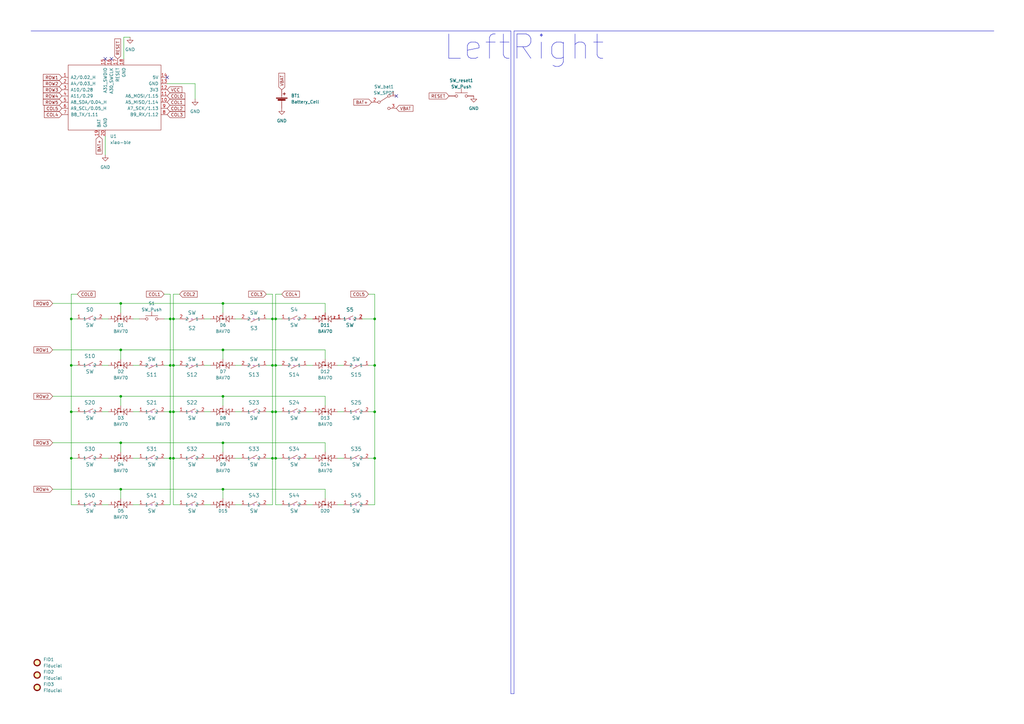
<source format=kicad_sch>
(kicad_sch (version 20230121) (generator eeschema)
  (paper "A3")
  (lib_symbols
    (symbol "Device:Battery_Cell" (pin_numbers hide) (pin_names (offset 0) hide)
      (property "Reference" "BT" (at 2.54 2.54 0))
      (property "Value" "Battery_Cell" (at 2.54 0 0))
      (symbol "Battery_Cell_0_1"
        (rectangle (start -2.286 1.778) (end 2.286 1.524) (fill (type outline)))
        (rectangle (start -1.5748 1.1938) (end 1.4732 0.6858) (fill (type outline)))
        (polyline (pts (xy 0 0.762) (xy 0 0)))
        (polyline (pts (xy 0 1.778) (xy 0 2.54)))
        (polyline (pts (xy 0.508 3.429) (xy 1.524 3.429)) (stroke (width 0.254)))
        (polyline (pts (xy 1.016 3.937) (xy 1.016 2.921)) (stroke (width 0.254)))
      )
      (symbol "Battery_Cell_1_1"
        (pin passive line (at 0 5.08 270) (length 2.54) (name "+") (number "1"))
        (pin passive line (at 0 -2.54 90) (length 2.54) (name "-") (number "2"))
      )
    )
    (symbol "Mechanical:Fiducial"
      (property "Reference" "FID" (at 0 5.08 0))
      (property "Value" "Fiducial" (at 0 3.175 0))
      (symbol "Fiducial_0_1"
        (circle (center 0 0) (radius 1.27) (stroke (width 0.508)) (fill (type background)))
      )
    )
    (symbol "Switch:SW_Push" (pin_numbers hide) (pin_names (offset 1.016) hide)
      (property "Reference" "SW" (at 1.27 2.54 0))
      (property "Value" "SW_Push" (at 0 -1.524 0))
      (symbol "SW_Push_0_1"
        (circle (center -2.032 0) (radius 0.508))
        (polyline (pts (xy 0 1.27) (xy 0 3.048)))
        (polyline (pts (xy 2.54 1.27) (xy -2.54 1.27)))
        (circle (center 2.032 0) (radius 0.508))
        (pin passive line (at -5.08 0 0) (length 2.54) (name "1") (number "1"))
        (pin passive line (at 5.08 0 180) (length 2.54) (name "2") (number "2"))
      )
    )
    (symbol "Switch:SW_SPDT" (pin_names (offset 0) hide)
      (property "Reference" "SW" (at 0 4.318 0))
      (property "Value" "SW_SPDT" (at 0 -5.08 0))
      (symbol "SW_SPDT_0_0"
        (circle (center -2.032 0) (radius 0.508))
        (circle (center 2.032 -2.54) (radius 0.508))
      )
      (symbol "SW_SPDT_0_1"
        (polyline (pts (xy -1.524 0.254) (xy 1.651 2.286)))
        (circle (center 2.032 2.54) (radius 0.508))
      )
      (symbol "SW_SPDT_1_1"
        (pin passive line (at 5.08 2.54 180) (length 2.54) (name "A") (number "1"))
        (pin passive line (at -5.08 0 0) (length 2.54) (name "B") (number "2"))
        (pin passive line (at 5.08 -2.54 180) (length 2.54) (name "C") (number "3"))
      )
    )
    (symbol "YAEMK:MX_1U" (pin_names (offset 1.016))
      (property "Reference" "S" (at 0 -2.54 0))
      (property "Value" "MX_1U" (at 0 3.81 0))
      (symbol "MX_1U_1_1"
        (polyline (pts (xy 2.54 0) (xy 1.27 0)))
        (polyline (pts (xy 3.81 0) (xy 2.54 0)))
        (polyline (pts (xy 1.27 1.27) (xy -1.27 0) (xy -3.81 0)))
        (pin bidirectional line (at -5.08 0 0) (length 1.27) (name "1") (number "1"))
        (pin bidirectional line (at 5.08 0 180) (length 1.27) (name "2") (number "2"))
      )
    )
    (symbol "hillside_basic:BAV70_Small" (pin_names (offset 0.762) hide)
      (property "Reference" "D" (at 0.635 -2.54 0))
      (property "Value" "BAV70_Small" (at 0 2.54 0))
      (symbol "BAV70_Small_0_1"
        (polyline (pts (xy -1.27 1.27) (xy -1.27 -1.27)))
        (polyline (pts (xy 1.27 0) (xy -1.27 0)))
        (polyline (pts (xy 1.27 1.27) (xy 1.27 -1.27)))
        (polyline (pts (xy -2.54 1.27) (xy -2.54 -1.27) (xy -1.27 0) (xy -2.54 1.27)))
        (polyline (pts (xy 2.54 1.27) (xy 2.54 -1.27) (xy 1.27 0) (xy 2.54 1.27)))
        (circle (center 0 0) (radius 0.254) (fill (type outline)))
      )
      (symbol "BAV70_Small_1_1"
        (pin input line (at -5.08 0 0) (length 2.54) (name "A1") (number "1"))
        (pin input line (at 5.08 0 180) (length 2.54) (name "A2") (number "2"))
        (pin passive line (at 0 -2.54 90) (length 2.54) (name "K") (number "3"))
      )
    )
    (symbol "power:GND" (power) (pin_names (offset 0))
      (property "Value" "GND" (at 0 -3.81 0))
      (symbol "GND_0_1"
        (polyline (pts (xy 0 0) (xy 0 -1.27) (xy 1.27 -1.27) (xy 0 -2.54) (xy -1.27 -1.27) (xy 0 -1.27)))
      )
      (symbol "GND_1_1"
        (pin power_in line (at 0 0 270) (length 0) hide (name "GND") (number "1"))
      )
    )
    (symbol "sepp:xiao-ble-geist" (pin_names (offset 1.016))
      (property "Reference" "U1" (at -19.304 17.78 0))
      (property "Value" "xiao-ble" (at -19.304 15.24 0))
      (symbol "xiao-ble-geist_0_1"
        (rectangle (start -19.05 12.7) (end 19.05 -13.97))
      )
      (symbol "xiao-ble-geist_1_1"
        (pin bidirectional line (at -21.59 7.62 0) (length 2.54) (name "A2/0.02_H") (number "1"))
        (pin bidirectional line (at 21.59 -2.54 180) (length 2.54) (name "A5_MISO/1.14") (number "10"))
        (pin bidirectional line (at 21.59 0 180) (length 2.54) (name "A6_MOSI/1.15") (number "11"))
        (pin power_out line (at 21.59 2.54 180) (length 2.54) (name "3V3") (number "12"))
        (pin power_out line (at 21.59 5.08 180) (length 2.54) (name "GND") (number "13"))
        (pin power_out line (at 21.59 7.62 180) (length 2.54) (name "5V") (number "14"))
        (pin input line (at -3.81 15.24 270) (length 2.54) (name "A31_SWDIO") (number "15"))
        (pin input line (at -1.27 15.24 270) (length 2.54) (name "A30_SWCLK") (number "16"))
        (pin input line (at 1.27 15.24 270) (length 2.54) (name "RESET") (number "17"))
        (pin power_out line (at 3.81 15.24 270) (length 2.54) (name "GND") (number "18"))
        (pin bidirectional line (at -6.35 -16.51 90) (length 2.54) (name "BAT") (number "19"))
        (pin bidirectional line (at -21.59 5.08 0) (length 2.54) (name "A4/0.03_H") (number "2"))
        (pin power_out line (at -3.81 -16.51 90) (length 2.54) (name "GND") (number "20"))
        (pin bidirectional line (at -21.59 2.54 0) (length 2.54) (name "A10/0.28") (number "3"))
        (pin bidirectional line (at -21.59 0 0) (length 2.54) (name "A11/0.29") (number "4"))
        (pin bidirectional line (at -21.59 -2.54 0) (length 2.54) (name "A8_SDA/0.04_H") (number "5"))
        (pin bidirectional line (at -21.59 -5.08 0) (length 2.54) (name "A9_SCL/0.05_H") (number "6"))
        (pin bidirectional line (at -21.59 -7.62 0) (length 2.54) (name "B8_TX/1.11") (number "7"))
        (pin bidirectional line (at 21.59 -7.62 180) (length 2.54) (name "B9_RX/1.12") (number "8"))
        (pin bidirectional line (at 21.59 -5.08 180) (length 2.54) (name "A7_SCK/1.13") (number "9"))
      )
    )
  )
  (junction (at 153.67 149.86))
  (junction (at 113.03 130.81))
  (junction (at 153.67 187.96))
  (junction (at 49.53 162.56))
  (junction (at 111.76 130.81))
  (junction (at 49.53 143.51))
  (junction (at 91.44 162.56))
  (junction (at 69.85 149.86))
  (junction (at 113.03 187.96))
  (junction (at 71.12 168.91))
  (junction (at 71.12 149.86))
  (junction (at 113.03 168.91))
  (junction (at 29.21 149.86))
  (junction (at 69.85 130.81))
  (junction (at 49.53 181.61))
  (junction (at 71.12 187.96))
  (junction (at 29.21 130.81))
  (junction (at 153.67 168.91))
  (junction (at 111.76 187.96))
  (junction (at 91.44 181.61))
  (junction (at 91.44 143.51))
  (junction (at 113.03 149.86))
  (junction (at 49.53 200.66))
  (junction (at 111.76 149.86))
  (junction (at 29.21 187.96))
  (junction (at 111.76 168.91))
  (junction (at 29.21 168.91))
  (junction (at 69.85 187.96))
  (junction (at 91.44 124.46))
  (junction (at 71.12 130.81))
  (junction (at 153.67 130.81))
  (junction (at 91.44 200.66))
  (junction (at 69.85 168.91))
  (junction (at 49.53 124.46))
  (no_connect (at 68.58 31.75))
  (no_connect (at 162.56 39.37))
  (no_connect (at 45.72 24.13))
  (no_connect (at 43.18 24.13))
  (wire (pts (xy 111.76 120.65) (xy 109.22 120.65)))
  (wire (pts (xy 21.59 124.46) (xy 49.53 124.46)))
  (wire (pts (xy 111.76 168.91) (xy 111.76 149.86)))
  (wire (pts (xy 71.12 130.81) (xy 71.12 120.65)))
  (wire (pts (xy 49.53 162.56) (xy 49.53 166.37)))
  (wire (pts (xy 91.44 181.61) (xy 133.35 181.61)))
  (wire (pts (xy 115.57 207.01) (xy 113.03 207.01)))
  (wire (pts (xy 83.82 130.81) (xy 86.36 130.81)))
  (wire (pts (xy 91.44 143.51) (xy 91.44 147.32)))
  (wire (pts (xy 91.44 124.46) (xy 91.44 128.27)))
  (wire (pts (xy 138.43 207.01) (xy 140.97 207.01)))
  (wire (pts (xy 125.73 207.01) (xy 128.27 207.01)))
  (wire (pts (xy 113.03 130.81) (xy 115.57 130.81)))
  (polyline (pts (xy 210.82 12.7) (xy 210.82 284.48)))
  (wire (pts (xy 83.82 187.96) (xy 86.36 187.96)))
  (wire (pts (xy 113.03 187.96) (xy 113.03 168.91)))
  (wire (pts (xy 29.21 187.96) (xy 29.21 207.01)))
  (wire (pts (xy 71.12 130.81) (xy 73.66 130.81)))
  (wire (pts (xy 80.01 40.64) (xy 80.01 34.29)))
  (wire (pts (xy 133.35 162.56) (xy 133.35 166.37)))
  (wire (pts (xy 133.35 181.61) (xy 133.35 185.42)))
  (wire (pts (xy 54.61 187.96) (xy 57.15 187.96)))
  (wire (pts (xy 96.52 130.81) (xy 99.06 130.81)))
  (wire (pts (xy 153.67 207.01) (xy 153.67 187.96)))
  (wire (pts (xy 125.73 130.81) (xy 128.27 130.81)))
  (wire (pts (xy 71.12 149.86) (xy 71.12 130.81)))
  (wire (pts (xy 71.12 168.91) (xy 73.66 168.91)))
  (wire (pts (xy 49.53 124.46) (xy 49.53 128.27)))
  (wire (pts (xy 69.85 130.81) (xy 69.85 120.65)))
  (wire (pts (xy 54.61 130.81) (xy 57.15 130.81)))
  (wire (pts (xy 113.03 187.96) (xy 115.57 187.96)))
  (wire (pts (xy 67.31 168.91) (xy 69.85 168.91)))
  (wire (pts (xy 71.12 187.96) (xy 73.66 187.96)))
  (wire (pts (xy 21.59 143.51) (xy 49.53 143.51)))
  (wire (pts (xy 53.34 15.24) (xy 50.8 15.24)))
  (wire (pts (xy 111.76 207.01) (xy 111.76 187.96)))
  (wire (pts (xy 21.59 181.61) (xy 49.53 181.61)))
  (wire (pts (xy 138.43 149.86) (xy 140.97 149.86)))
  (wire (pts (xy 113.03 168.91) (xy 113.03 149.86)))
  (wire (pts (xy 151.13 187.96) (xy 153.67 187.96)))
  (wire (pts (xy 113.03 130.81) (xy 113.03 120.65)))
  (wire (pts (xy 71.12 149.86) (xy 73.66 149.86)))
  (wire (pts (xy 113.03 149.86) (xy 115.57 149.86)))
  (wire (pts (xy 71.12 168.91) (xy 71.12 149.86)))
  (wire (pts (xy 91.44 143.51) (xy 133.35 143.51)))
  (polyline (pts (xy 210.82 284.48) (xy 209.55 284.48)))
  (wire (pts (xy 71.12 187.96) (xy 71.12 168.91)))
  (wire (pts (xy 54.61 149.86) (xy 57.15 149.86)))
  (wire (pts (xy 50.8 15.24) (xy 50.8 24.13)))
  (wire (pts (xy 151.13 168.91) (xy 153.67 168.91)))
  (wire (pts (xy 111.76 187.96) (xy 111.76 168.91)))
  (wire (pts (xy 109.22 149.86) (xy 111.76 149.86)))
  (wire (pts (xy 69.85 149.86) (xy 69.85 130.81)))
  (wire (pts (xy 91.44 200.66) (xy 91.44 204.47)))
  (wire (pts (xy 29.21 187.96) (xy 31.75 187.96)))
  (wire (pts (xy 21.59 162.56) (xy 49.53 162.56)))
  (wire (pts (xy 29.21 149.86) (xy 29.21 130.81)))
  (wire (pts (xy 91.44 181.61) (xy 91.44 185.42)))
  (wire (pts (xy 69.85 168.91) (xy 69.85 149.86)))
  (wire (pts (xy 29.21 207.01) (xy 31.75 207.01)))
  (wire (pts (xy 91.44 162.56) (xy 133.35 162.56)))
  (wire (pts (xy 29.21 168.91) (xy 29.21 149.86)))
  (wire (pts (xy 49.53 181.61) (xy 91.44 181.61)))
  (wire (pts (xy 41.91 130.81) (xy 44.45 130.81)))
  (wire (pts (xy 67.31 149.86) (xy 69.85 149.86)))
  (wire (pts (xy 67.31 187.96) (xy 69.85 187.96)))
  (wire (pts (xy 96.52 149.86) (xy 99.06 149.86)))
  (wire (pts (xy 138.43 187.96) (xy 140.97 187.96)))
  (wire (pts (xy 41.91 187.96) (xy 44.45 187.96)))
  (wire (pts (xy 29.21 187.96) (xy 29.21 168.91)))
  (wire (pts (xy 49.53 181.61) (xy 49.53 185.42)))
  (wire (pts (xy 49.53 143.51) (xy 49.53 147.32)))
  (wire (pts (xy 96.52 187.96) (xy 99.06 187.96)))
  (wire (pts (xy 91.44 124.46) (xy 133.35 124.46)))
  (wire (pts (xy 111.76 149.86) (xy 111.76 130.81)))
  (wire (pts (xy 133.35 143.51) (xy 133.35 147.32)))
  (wire (pts (xy 153.67 130.81) (xy 153.67 149.86)))
  (polyline (pts (xy 209.55 284.48) (xy 209.55 12.7)))
  (wire (pts (xy 91.44 162.56) (xy 91.44 166.37)))
  (wire (pts (xy 83.82 168.91) (xy 86.36 168.91)))
  (wire (pts (xy 41.91 149.86) (xy 44.45 149.86)))
  (wire (pts (xy 138.43 168.91) (xy 140.97 168.91)))
  (wire (pts (xy 133.35 200.66) (xy 133.35 204.47)))
  (wire (pts (xy 29.21 168.91) (xy 31.75 168.91)))
  (wire (pts (xy 29.21 130.81) (xy 31.75 130.81)))
  (wire (pts (xy 29.21 120.65) (xy 31.75 120.65)))
  (wire (pts (xy 96.52 207.01) (xy 99.06 207.01)))
  (wire (pts (xy 113.03 168.91) (xy 115.57 168.91)))
  (wire (pts (xy 153.67 120.65) (xy 151.13 120.65)))
  (wire (pts (xy 49.53 162.56) (xy 91.44 162.56)))
  (wire (pts (xy 96.52 168.91) (xy 99.06 168.91)))
  (wire (pts (xy 153.67 187.96) (xy 153.67 168.91)))
  (wire (pts (xy 109.22 168.91) (xy 111.76 168.91)))
  (wire (pts (xy 80.01 34.29) (xy 68.58 34.29)))
  (wire (pts (xy 125.73 149.86) (xy 128.27 149.86)))
  (wire (pts (xy 151.13 149.86) (xy 153.67 149.86)))
  (wire (pts (xy 83.82 149.86) (xy 86.36 149.86)))
  (polyline (pts (xy 407.67 12.7) (xy 210.82 12.7)))
  (wire (pts (xy 91.44 200.66) (xy 133.35 200.66)))
  (wire (pts (xy 69.85 207.01) (xy 67.31 207.01)))
  (wire (pts (xy 49.53 200.66) (xy 49.53 204.47)))
  (wire (pts (xy 41.91 168.91) (xy 44.45 168.91)))
  (wire (pts (xy 21.59 200.66) (xy 49.53 200.66)))
  (wire (pts (xy 69.85 120.65) (xy 67.31 120.65)))
  (wire (pts (xy 71.12 207.01) (xy 73.66 207.01)))
  (wire (pts (xy 113.03 120.65) (xy 115.57 120.65)))
  (wire (pts (xy 29.21 149.86) (xy 31.75 149.86)))
  (wire (pts (xy 49.53 143.51) (xy 91.44 143.51)))
  (wire (pts (xy 113.03 207.01) (xy 113.03 187.96)))
  (wire (pts (xy 109.22 130.81) (xy 111.76 130.81)))
  (wire (pts (xy 49.53 200.66) (xy 91.44 200.66)))
  (wire (pts (xy 153.67 120.65) (xy 153.67 130.81)))
  (wire (pts (xy 67.31 130.81) (xy 69.85 130.81)))
  (wire (pts (xy 111.76 130.81) (xy 111.76 120.65)))
  (wire (pts (xy 71.12 187.96) (xy 71.12 207.01)))
  (wire (pts (xy 125.73 168.91) (xy 128.27 168.91)))
  (wire (pts (xy 54.61 168.91) (xy 57.15 168.91)))
  (wire (pts (xy 71.12 120.65) (xy 73.66 120.65)))
  (wire (pts (xy 133.35 124.46) (xy 133.35 128.27)))
  (wire (pts (xy 153.67 168.91) (xy 153.67 149.86)))
  (wire (pts (xy 69.85 187.96) (xy 69.85 168.91)))
  (wire (pts (xy 109.22 187.96) (xy 111.76 187.96)))
  (wire (pts (xy 148.59 130.81) (xy 153.67 130.81)))
  (wire (pts (xy 151.13 207.01) (xy 153.67 207.01)))
  (wire (pts (xy 83.82 207.01) (xy 86.36 207.01)))
  (wire (pts (xy 41.91 207.01) (xy 44.45 207.01)))
  (wire (pts (xy 125.73 187.96) (xy 128.27 187.96)))
  (wire (pts (xy 69.85 187.96) (xy 69.85 207.01)))
  (wire (pts (xy 113.03 149.86) (xy 113.03 130.81)))
  (wire (pts (xy 49.53 124.46) (xy 91.44 124.46)))
  (wire (pts (xy 109.22 207.01) (xy 111.76 207.01)))
  (wire (pts (xy 54.61 207.01) (xy 57.15 207.01)))
  (wire (pts (xy 29.21 130.81) (xy 29.21 120.65)))
  (polyline (pts (xy 12.7 12.7) (xy 209.55 12.7)))
  (wire (pts (xy 43.18 63.5) (xy 43.18 55.88)))
  (text "Left" (at 181.61 25.4 0) (effects (font (size 10 10)) (justify left bottom)))
  (text "Right" (at 209.55 25.4 0) (effects (font (size 10 10)) (justify left bottom)))
  (global_label "COL4" (shape input) (at 25.4 46.99 180) (property "Intersheetrefs" "${INTERSHEET_REFS}" (effects hide)))
  (global_label "COL2" (shape input) (at 73.66 120.65 0) (property "Intersheetrefs" "${INTERSHEET_REFS}" (effects hide)) (property "Referenzen zwischen Schaltplänen" "${INTERSHEET_REFS}" (effects hide)))
  (global_label "COL0" (shape input) (at 68.58 39.37 0) (property "Intersheetrefs" "${INTERSHEET_REFS}" (effects hide)))
  (global_label "RESET" (shape input) (at 48.26 24.13 90) (property "Intersheetrefs" "${INTERSHEET_REFS}" (effects hide)))
  (global_label "COL1" (shape input) (at 68.58 41.91 0) (property "Intersheetrefs" "${INTERSHEET_REFS}" (effects hide)))
  (global_label "ROW1" (shape input) (at 25.4 31.75 180) (property "Intersheetrefs" "${INTERSHEET_REFS}" (effects hide)))
  (global_label "COL5" (shape input) (at 25.4 44.45 180) (property "Intersheetrefs" "${INTERSHEET_REFS}" (effects hide)))
  (global_label "ROW2" (shape input) (at 21.59 162.56 180) (property "Intersheetrefs" "${INTERSHEET_REFS}" (effects hide)) (property "Referenzen zwischen Schaltplänen" "${INTERSHEET_REFS}" (effects hide)))
  (global_label "ROW3" (shape input) (at 21.59 181.61 180) (property "Intersheetrefs" "${INTERSHEET_REFS}" (effects hide)) (property "Referenzen zwischen Schaltplänen" "${INTERSHEET_REFS}" (effects hide)))
  (global_label "COL4" (shape input) (at 115.57 120.65 0) (property "Intersheetrefs" "${INTERSHEET_REFS}" (effects hide)) (property "Referenzen zwischen Schaltplänen" "${INTERSHEET_REFS}" (effects hide)))
  (global_label "BAT+" (shape input) (at 152.4 41.91 180) (property "Intersheetrefs" "${INTERSHEET_REFS}" (effects hide)))
  (global_label "ROW1" (shape input) (at 21.59 143.51 180) (property "Intersheetrefs" "${INTERSHEET_REFS}" (effects hide)) (property "Referenzen zwischen Schaltplänen" "${INTERSHEET_REFS}" (effects hide)))
  (global_label "ROW0" (shape input) (at 21.59 124.46 180) (property "Intersheetrefs" "${INTERSHEET_REFS}" (effects hide)) (property "Referenzen zwischen Schaltplänen" "${INTERSHEET_REFS}" (effects hide)))
  (global_label "COL2" (shape input) (at 68.58 44.45 0) (property "Intersheetrefs" "${INTERSHEET_REFS}" (effects hide)))
  (global_label "ROW3" (shape input) (at 25.4 36.83 180) (property "Intersheetrefs" "${INTERSHEET_REFS}" (effects hide)))
  (global_label "COL0" (shape input) (at 31.75 120.65 0) (property "Intersheetrefs" "${INTERSHEET_REFS}" (effects hide)) (property "Referenzen zwischen Schaltplänen" "${INTERSHEET_REFS}" (effects hide)))
  (global_label "VBAT" (shape input) (at 115.57 36.83 90) (property "Intersheetrefs" "${INTERSHEET_REFS}" (effects hide)))
  (global_label "BAT+" (shape input) (at 40.64 55.88 270) (property "Intersheetrefs" "${INTERSHEET_REFS}" (effects hide)))
  (global_label "COL3" (shape input) (at 68.58 46.99 0) (property "Intersheetrefs" "${INTERSHEET_REFS}" (effects hide)))
  (global_label "ROW5" (shape input) (at 25.4 41.91 180) (property "Intersheetrefs" "${INTERSHEET_REFS}" (effects hide)))
  (global_label "VCC" (shape input) (at 68.58 36.83 0) (property "Intersheetrefs" "${INTERSHEET_REFS}" (effects hide)))
  (global_label "COL3" (shape input) (at 109.22 120.65 180) (property "Intersheetrefs" "${INTERSHEET_REFS}" (effects hide)) (property "Referenzen zwischen Schaltplänen" "${INTERSHEET_REFS}" (effects hide)))
  (global_label "VBAT" (shape input) (at 162.56 44.45 0) (property "Intersheetrefs" "${INTERSHEET_REFS}" (effects hide)))
  (global_label "RESET" (shape input) (at 184.15 39.37 180) (property "Intersheetrefs" "${INTERSHEET_REFS}" (effects hide)))
  (global_label "ROW2" (shape input) (at 25.4 34.29 180) (property "Intersheetrefs" "${INTERSHEET_REFS}" (effects hide)))
  (global_label "ROW4" (shape input) (at 25.4 39.37 180) (property "Intersheetrefs" "${INTERSHEET_REFS}" (effects hide)))
  (global_label "ROW4" (shape input) (at 21.59 200.66 180) (property "Intersheetrefs" "${INTERSHEET_REFS}" (effects hide)) (property "Referenzen zwischen Schaltplänen" "${INTERSHEET_REFS}" (effects hide)))
  (global_label "COL1" (shape input) (at 67.31 120.65 180) (property "Intersheetrefs" "${INTERSHEET_REFS}" (effects hide)) (property "Referenzen zwischen Schaltplänen" "${INTERSHEET_REFS}" (effects hide)))
  (global_label "COL5" (shape input) (at 151.13 120.65 180) (property "Intersheetrefs" "${INTERSHEET_REFS}" (effects hide)) (property "Referenzen zwischen Schaltplänen" "${INTERSHEET_REFS}" (effects hide)))
  (symbol (lib_id "power:GND") (at 53.34 15.24 0) (unit 1)
    (property "Reference" "#PWR02" (effects hide))
    (property "Value" "GND" (at 53.34 20.32 0))
  )
  (symbol (lib_id "Mechanical:Fiducial") (at 15.24 271.78 0) (unit 1)
    (property "Reference" "FID1" (at 17.78 270.5099 0) (effects (justify left)))
    (property "Value" "Fiducial" (at 17.78 273.0499 0) (effects (justify left)))
    (property "Footprint" "Fiducial:Fiducial_1mm_Mask2mm" (effects hide))
  )
  (symbol (lib_id "Mechanical:Fiducial") (at 15.24 281.94 0) (unit 1)
    (property "Reference" "FID3" (at 17.78 280.6699 0) (effects (justify left)))
    (property "Value" "Fiducial" (at 17.78 283.2099 0) (effects (justify left)))
    (property "Footprint" "Fiducial:Fiducial_1mm_Mask2mm" (effects hide))
  )
  (symbol (lib_id "YAEMK:MX_1U") (at 146.05 149.86 180) (unit 1)
    (property "Reference" "S15" (at 146.05 153.67 0) (effects (font (size 1.524 1.524))))
    (property "Value" "SW" (at 146.05 147.32 0) (effects (font (size 1.524 1.524))))
    (property "Footprint" "pretty:MX-1U-Hotswap" (effects hide))
    (property "Datasheet" "~" (at 146.05 149.86 0) (effects (font (size 1.524 1.524))))
    (property "JLCPCB BOM" "0" (effects hide))
  )
  (symbol (lib_id "hillside_basic:BAV70_Small") (at 49.53 207.01 0) (mirror x) (unit 1)
    (property "Reference" "D5" (at 49.53 209.55 0))
    (property "Value" "BAV70" (at 49.53 212.09 0))
    (property "Footprint" "Package_TO_SOT_SMD:SOT-23" (effects hide))
    (property "Datasheet" "https://assets.nexperia.com/documents/data-sheet/BAV70_SER.pdf" (effects hide))
  )
  (symbol (lib_id "power:GND") (at 80.01 40.64 0) (unit 1)
    (property "Reference" "#PWR03" (effects hide))
    (property "Value" "GND" (at 80.01 45.72 0))
  )
  (symbol (lib_id "hillside_basic:BAV70_Small") (at 91.44 130.81 0) (mirror x) (unit 1)
    (property "Reference" "D6" (at 91.44 133.35 0))
    (property "Value" "BAV70" (at 91.44 135.89 0))
    (property "Footprint" "Package_TO_SOT_SMD:SOT-23" (effects hide))
    (property "Datasheet" "https://assets.nexperia.com/documents/data-sheet/BAV70_SER.pdf" (effects hide))
  )
  (symbol (lib_id "YAEMK:MX_1U") (at 104.14 187.96 0) (unit 1)
    (property "Reference" "S33" (at 104.14 184.15 0) (effects (font (size 1.524 1.524))))
    (property "Value" "SW" (at 104.14 190.5 0) (effects (font (size 1.524 1.524))))
    (property "Footprint" "pretty:MX-1U-Hotswap" (effects hide))
    (property "Datasheet" "~" (at 104.14 187.96 0) (effects (font (size 1.524 1.524))))
    (property "JLCPCB BOM" "0" (effects hide))
  )
  (symbol (lib_id "YAEMK:MX_1U") (at 78.74 130.81 180) (unit 1)
    (property "Reference" "S2" (at 78.74 134.62 0) (effects (font (size 1.524 1.524))))
    (property "Value" "SW" (at 78.74 128.27 0) (effects (font (size 1.524 1.524))))
    (property "Footprint" "pretty:MX-1U-Hotswap" (effects hide))
    (property "Datasheet" "~" (at 78.74 130.81 0) (effects (font (size 1.524 1.524))))
    (property "JLCPCB BOM" "0" (effects hide))
  )
  (symbol (lib_id "Switch:SW_Push") (at 189.23 39.37 0) (unit 1)
    (property "Reference" "SW_reset1" (at 189.23 33.02 0))
    (property "Value" "SW_Push" (at 189.23 35.56 0))
    (property "Footprint" "pretty:PushSW" (effects hide))
  )
  (symbol (lib_id "power:GND") (at 115.57 44.45 0) (unit 1)
    (property "Reference" "#PWR05" (effects hide))
    (property "Value" "GND" (at 115.57 49.53 0))
  )
  (symbol (lib_id "YAEMK:MX_1U") (at 62.23 149.86 180) (unit 1)
    (property "Reference" "S11" (at 62.23 153.67 0) (effects (font (size 1.524 1.524))))
    (property "Value" "SW" (at 62.23 147.32 0) (effects (font (size 1.524 1.524))))
    (property "Footprint" "pretty:MX-1U-Hotswap" (effects hide))
    (property "Datasheet" "~" (at 62.23 149.86 0) (effects (font (size 1.524 1.524))))
    (property "JLCPCB BOM" "0" (effects hide))
  )
  (symbol (lib_id "YAEMK:MX_1U") (at 78.74 207.01 0) (unit 1)
    (property "Reference" "S42" (at 78.74 203.2 0) (effects (font (size 1.524 1.524))))
    (property "Value" "SW" (at 78.74 209.55 0) (effects (font (size 1.524 1.524))))
    (property "Footprint" "pretty:MX-1U-Hotswap" (effects hide))
    (property "Datasheet" "~" (at 78.74 207.01 0) (effects (font (size 1.524 1.524))))
    (property "JLCPCB BOM" "0" (effects hide))
  )
  (symbol (lib_id "YAEMK:MX_1U") (at 36.83 187.96 0) (unit 1)
    (property "Reference" "S30" (at 36.83 184.15 0) (effects (font (size 1.524 1.524))))
    (property "Value" "SW" (at 36.83 190.5 0) (effects (font (size 1.524 1.524))))
    (property "Footprint" "pretty:MX-1U-Hotswap" (effects hide))
    (property "Datasheet" "~" (at 36.83 187.96 0) (effects (font (size 1.524 1.524))))
    (property "JLCPCB BOM" "0" (effects hide))
  )
  (symbol (lib_id "YAEMK:MX_1U") (at 120.65 149.86 180) (unit 1)
    (property "Reference" "S14" (at 120.65 153.67 0) (effects (font (size 1.524 1.524))))
    (property "Value" "SW" (at 120.65 147.32 0) (effects (font (size 1.524 1.524))))
    (property "Footprint" "pretty:MX-1U-Hotswap" (effects hide))
    (property "Datasheet" "~" (at 120.65 149.86 0) (effects (font (size 1.524 1.524))))
    (property "JLCPCB BOM" "0" (effects hide))
  )
  (symbol (lib_id "YAEMK:MX_1U") (at 104.14 207.01 0) (unit 1)
    (property "Reference" "S43" (at 104.14 203.2 0) (effects (font (size 1.524 1.524))))
    (property "Value" "SW" (at 104.14 209.55 0) (effects (font (size 1.524 1.524))))
    (property "Footprint" "pretty:MX-1U-Hotswap" (effects hide))
    (property "Datasheet" "~" (at 104.14 207.01 0) (effects (font (size 1.524 1.524))))
    (property "JLCPCB BOM" "0" (effects hide))
  )
  (symbol (lib_id "hillside_basic:BAV70_Small") (at 133.35 168.91 0) (mirror x) (unit 1)
    (property "Reference" "D13" (at 133.35 171.45 0))
    (property "Value" "BAV70" (at 133.35 173.99 0))
    (property "Footprint" "Package_TO_SOT_SMD:SOT-23" (effects hide))
    (property "Datasheet" "https://assets.nexperia.com/documents/data-sheet/BAV70_SER.pdf" (effects hide))
  )
  (symbol (lib_id "hillside_basic:BAV70_Small") (at 91.44 187.96 0) (mirror x) (unit 1)
    (property "Reference" "D9" (at 91.44 190.5 0))
    (property "Value" "BAV70" (at 91.44 193.04 0))
    (property "Footprint" "Package_TO_SOT_SMD:SOT-23" (effects hide))
    (property "Datasheet" "https://assets.nexperia.com/documents/data-sheet/BAV70_SER.pdf" (effects hide))
  )
  (symbol (lib_id "YAEMK:MX_1U") (at 78.74 187.96 0) (unit 1)
    (property "Reference" "S32" (at 78.74 184.15 0) (effects (font (size 1.524 1.524))))
    (property "Value" "SW" (at 78.74 190.5 0) (effects (font (size 1.524 1.524))))
    (property "Footprint" "pretty:MX-1U-Hotswap" (effects hide))
    (property "Datasheet" "~" (at 78.74 187.96 0) (effects (font (size 1.524 1.524))))
    (property "JLCPCB BOM" "0" (effects hide))
  )
  (symbol (lib_id "power:GND") (at 194.31 39.37 0) (unit 1)
    (property "Reference" "#PWR06" (effects hide))
    (property "Value" "GND" (at 194.31 44.45 0))
  )
  (symbol (lib_id "hillside_basic:BAV70_Small") (at 133.35 149.86 0) (mirror x) (unit 1)
    (property "Reference" "D12" (at 133.35 152.4 0))
    (property "Value" "BAV70" (at 133.35 154.94 0))
    (property "Footprint" "Package_TO_SOT_SMD:SOT-23" (effects hide))
    (property "Datasheet" "https://assets.nexperia.com/documents/data-sheet/BAV70_SER.pdf" (effects hide))
  )
  (symbol (lib_id "hillside_basic:BAV70_Small") (at 91.44 207.01 0) (mirror x) (unit 1)
    (property "Reference" "D15" (at 91.44 209.55 0))
    (property "Value" "BAV70" (effects hide))
    (property "Footprint" "Package_TO_SOT_SMD:SOT-23" (effects hide))
    (property "Datasheet" "https://assets.nexperia.com/documents/data-sheet/BAV70_SER.pdf" (effects hide))
  )
  (symbol (lib_id "hillside_basic:BAV70_Small") (at 49.53 149.86 0) (mirror x) (unit 1)
    (property "Reference" "D2" (at 49.53 152.4 0))
    (property "Value" "BAV70" (at 49.53 154.94 0))
    (property "Footprint" "Package_TO_SOT_SMD:SOT-23" (effects hide))
    (property "Datasheet" "https://assets.nexperia.com/documents/data-sheet/BAV70_SER.pdf" (effects hide))
  )
  (symbol (lib_id "YAEMK:MX_1U") (at 120.65 130.81 0) (unit 1)
    (property "Reference" "S4" (at 120.65 127 0) (effects (font (size 1.524 1.524))))
    (property "Value" "SW" (at 120.65 133.35 0) (effects (font (size 1.524 1.524))))
    (property "Footprint" "pretty:MX-1U-Hotswap" (effects hide))
    (property "Datasheet" "~" (at 120.65 130.81 0) (effects (font (size 1.524 1.524))))
    (property "JLCPCB BOM" "0" (effects hide))
  )
  (symbol (lib_id "Mechanical:Fiducial") (at 15.24 276.86 0) (unit 1)
    (property "Reference" "FID2" (at 17.78 275.5899 0) (effects (justify left)))
    (property "Value" "Fiducial" (at 17.78 278.1299 0) (effects (justify left)))
    (property "Footprint" "Fiducial:Fiducial_1mm_Mask2mm" (effects hide))
  )
  (symbol (lib_id "hillside_basic:BAV70_Small") (at 133.35 130.81 0) (mirror x) (unit 1)
    (property "Reference" "D11" (at 133.35 133.35 0))
    (property "Value" "BAV70" (at 133.35 135.89 0))
    (property "Footprint" "Package_TO_SOT_SMD:SOT-23" (effects hide))
    (property "Datasheet" "https://assets.nexperia.com/documents/data-sheet/BAV70_SER.pdf" (effects hide))
  )
  (symbol (lib_id "Switch:SW_Push") (at 62.23 130.81 0) (unit 1)
    (property "Reference" "S1" (at 62.23 124.46 0))
    (property "Value" "SW_Push" (at 62.23 127 0))
    (property "Footprint" "pretty:PushSW" (effects hide))
  )
  (symbol (lib_id "sepp:xiao-ble-geist") (at 46.99 39.37 0) (unit 1)
    (property "Reference" "U1" (at 45.1359 55.88 0) (effects (justify left)))
    (property "Value" "xiao-ble" (at 45.1359 58.42 0) (effects (justify left)))
    (property "Footprint" "pretty:xiao-ble-smd-cutout" (effects hide))
  )
  (symbol (lib_id "hillside_basic:BAV70_Small") (at 91.44 168.91 0) (mirror x) (unit 1)
    (property "Reference" "D8" (at 91.44 171.45 0))
    (property "Value" "BAV70" (at 91.44 173.99 0))
    (property "Footprint" "Package_TO_SOT_SMD:SOT-23" (effects hide))
    (property "Datasheet" "https://assets.nexperia.com/documents/data-sheet/BAV70_SER.pdf" (effects hide))
  )
  (symbol (lib_id "hillside_basic:BAV70_Small") (at 133.35 187.96 0) (mirror x) (unit 1)
    (property "Reference" "D14" (at 133.35 190.5 0))
    (property "Value" "BAV70" (at 133.35 193.04 0))
    (property "Footprint" "Package_TO_SOT_SMD:SOT-23" (effects hide))
    (property "Datasheet" "https://assets.nexperia.com/documents/data-sheet/BAV70_SER.pdf" (effects hide))
  )
  (symbol (lib_id "YAEMK:MX_1U") (at 36.83 149.86 0) (unit 1)
    (property "Reference" "S10" (at 36.83 146.05 0) (effects (font (size 1.524 1.524))))
    (property "Value" "SW" (at 36.83 152.4 0) (effects (font (size 1.524 1.524))))
    (property "Footprint" "pretty:MX-1U-Hotswap" (effects hide))
    (property "Datasheet" "~" (at 36.83 149.86 0) (effects (font (size 1.524 1.524))))
    (property "JLCPCB BOM" "0" (effects hide))
  )
  (symbol (lib_id "YAEMK:MX_1U") (at 62.23 207.01 0) (unit 1)
    (property "Reference" "S41" (at 62.23 203.2 0) (effects (font (size 1.524 1.524))))
    (property "Value" "SW" (at 62.23 209.55 0) (effects (font (size 1.524 1.524))))
    (property "Footprint" "pretty:MX-1U-Hotswap" (effects hide))
    (property "Datasheet" "~" (at 62.23 207.01 0) (effects (font (size 1.524 1.524))))
    (property "JLCPCB BOM" "0" (effects hide))
  )
  (symbol (lib_id "YAEMK:MX_1U") (at 36.83 168.91 0) (unit 1)
    (property "Reference" "S20" (at 36.83 165.1 0) (effects (font (size 1.524 1.524))))
    (property "Value" "SW" (at 36.83 171.45 0) (effects (font (size 1.524 1.524))))
    (property "Footprint" "pretty:MX-1U-Hotswap" (effects hide))
    (property "Datasheet" "~" (at 36.83 168.91 0) (effects (font (size 1.524 1.524))))
    (property "JLCPCB BOM" "0" (effects hide))
  )
  (symbol (lib_id "YAEMK:MX_1U") (at 146.05 187.96 0) (unit 1)
    (property "Reference" "S35" (at 146.05 184.15 0) (effects (font (size 1.524 1.524))))
    (property "Value" "SW" (at 146.05 190.5 0) (effects (font (size 1.524 1.524))))
    (property "Footprint" "pretty:MX-1U-Hotswap" (effects hide))
    (property "Datasheet" "~" (at 146.05 187.96 0) (effects (font (size 1.524 1.524))))
    (property "JLCPCB BOM" "0" (effects hide))
  )
  (symbol (lib_id "YAEMK:MX_1U") (at 143.51 130.81 0) (unit 1)
    (property "Reference" "S5" (at 143.51 127 0) (effects (font (size 1.524 1.524))))
    (property "Value" "SW" (at 143.51 133.35 0) (effects (font (size 1.524 1.524))))
    (property "Footprint" "pretty:MX-1U-Hotswap" (effects hide))
    (property "Datasheet" "~" (at 143.51 130.81 0) (effects (font (size 1.524 1.524))))
    (property "JLCPCB BOM" "0" (effects hide))
  )
  (symbol (lib_id "YAEMK:MX_1U") (at 120.65 168.91 0) (unit 1)
    (property "Reference" "S24" (at 120.65 165.1 0) (effects (font (size 1.524 1.524))))
    (property "Value" "SW" (at 120.65 171.45 0) (effects (font (size 1.524 1.524))))
    (property "Footprint" "pretty:MX-1U-Hotswap" (effects hide))
    (property "Datasheet" "~" (at 120.65 168.91 0) (effects (font (size 1.524 1.524))))
    (property "JLCPCB BOM" "0" (effects hide))
  )
  (symbol (lib_id "YAEMK:MX_1U") (at 78.74 168.91 0) (unit 1)
    (property "Reference" "S22" (at 78.74 165.1 0) (effects (font (size 1.524 1.524))))
    (property "Value" "SW" (at 78.74 171.45 0) (effects (font (size 1.524 1.524))))
    (property "Footprint" "pretty:MX-1U-Hotswap" (effects hide))
    (property "Datasheet" "~" (at 78.74 168.91 0) (effects (font (size 1.524 1.524))))
    (property "JLCPCB BOM" "0" (effects hide))
  )
  (symbol (lib_id "YAEMK:MX_1U") (at 146.05 168.91 0) (unit 1)
    (property "Reference" "S25" (at 146.05 165.1 0) (effects (font (size 1.524 1.524))))
    (property "Value" "SW" (at 146.05 171.45 0) (effects (font (size 1.524 1.524))))
    (property "Footprint" "pretty:MX-1U-Hotswap" (effects hide))
    (property "Datasheet" "~" (at 146.05 168.91 0) (effects (font (size 1.524 1.524))))
    (property "JLCPCB BOM" "0" (effects hide))
  )
  (symbol (lib_id "YAEMK:MX_1U") (at 104.14 130.81 180) (unit 1)
    (property "Reference" "S3" (at 104.14 134.62 0) (effects (font (size 1.524 1.524))))
    (property "Value" "SW" (at 104.14 128.27 0) (effects (font (size 1.524 1.524))))
    (property "Footprint" "pretty:MX-1U-Hotswap" (effects hide))
    (property "Datasheet" "~" (at 104.14 130.81 0) (effects (font (size 1.524 1.524))))
    (property "JLCPCB BOM" "0" (effects hide))
  )
  (symbol (lib_id "power:GND") (at 43.18 63.5 0) (unit 1)
    (property "Reference" "#PWR01" (effects hide))
    (property "Value" "GND" (at 43.18 68.58 0))
  )
  (symbol (lib_id "hillside_basic:BAV70_Small") (at 49.53 130.81 0) (mirror x) (unit 1)
    (property "Reference" "D1" (at 49.53 133.35 0))
    (property "Value" "BAV70" (at 49.53 135.89 0))
    (property "Footprint" "Package_TO_SOT_SMD:SOT-23" (effects hide))
    (property "Datasheet" "https://assets.nexperia.com/documents/data-sheet/BAV70_SER.pdf" (effects hide))
  )
  (symbol (lib_id "hillside_basic:BAV70_Small") (at 133.35 207.01 0) (mirror x) (unit 1)
    (property "Reference" "D20" (at 133.35 209.55 0))
    (property "Value" "BAV70" (effects hide))
    (property "Footprint" "Package_TO_SOT_SMD:SOT-23" (effects hide))
    (property "Datasheet" "https://assets.nexperia.com/documents/data-sheet/BAV70_SER.pdf" (effects hide))
  )
  (symbol (lib_id "YAEMK:MX_1U") (at 104.14 168.91 0) (unit 1)
    (property "Reference" "S23" (at 104.14 165.1 0) (effects (font (size 1.524 1.524))))
    (property "Value" "SW" (at 104.14 171.45 0) (effects (font (size 1.524 1.524))))
    (property "Footprint" "pretty:MX-1U-Hotswap" (effects hide))
    (property "Datasheet" "~" (at 104.14 168.91 0) (effects (font (size 1.524 1.524))))
    (property "JLCPCB BOM" "0" (effects hide))
  )
  (symbol (lib_id "YAEMK:MX_1U") (at 36.83 207.01 0) (unit 1)
    (property "Reference" "S40" (at 36.83 203.2 0) (effects (font (size 1.524 1.524))))
    (property "Value" "SW" (at 36.83 209.55 0) (effects (font (size 1.524 1.524))))
    (property "Footprint" "pretty:MX-1U-Hotswap" (effects hide))
    (property "Datasheet" "~" (at 36.83 207.01 0) (effects (font (size 1.524 1.524))))
    (property "JLCPCB BOM" "0" (effects hide))
  )
  (symbol (lib_id "Device:Battery_Cell") (at 115.57 41.91 0) (unit 1)
    (property "Reference" "BT1" (at 119.38 39.243 0) (effects (justify left)))
    (property "Value" "Battery_Cell" (at 119.38 41.783 0) (effects (justify left)))
    (property "Footprint" "Connector_JST:JST_PH_S2B-PH-K_1x02_P2.00mm_Horizontal" (effects hide))
  )
  (symbol (lib_id "YAEMK:MX_1U") (at 78.74 149.86 180) (unit 1)
    (property "Reference" "S12" (at 78.74 153.67 0) (effects (font (size 1.524 1.524))))
    (property "Value" "SW" (at 78.74 147.32 0) (effects (font (size 1.524 1.524))))
    (property "Footprint" "pretty:MX-1U-Hotswap" (effects hide))
    (property "Datasheet" "~" (at 78.74 149.86 0) (effects (font (size 1.524 1.524))))
    (property "JLCPCB BOM" "0" (effects hide))
  )
  (symbol (lib_id "hillside_basic:BAV70_Small") (at 49.53 187.96 0) (mirror x) (unit 1)
    (property "Reference" "D4" (at 49.53 190.5 0))
    (property "Value" "BAV70" (at 49.53 193.04 0))
    (property "Footprint" "Package_TO_SOT_SMD:SOT-23" (effects hide))
    (property "Datasheet" "https://assets.nexperia.com/documents/data-sheet/BAV70_SER.pdf" (effects hide))
  )
  (symbol (lib_id "YAEMK:MX_1U") (at 62.23 168.91 0) (unit 1)
    (property "Reference" "S21" (at 62.23 165.1 0) (effects (font (size 1.524 1.524))))
    (property "Value" "SW" (at 62.23 171.45 0) (effects (font (size 1.524 1.524))))
    (property "Footprint" "pretty:MX-1U-Hotswap" (effects hide))
    (property "Datasheet" "~" (at 62.23 168.91 0) (effects (font (size 1.524 1.524))))
    (property "JLCPCB BOM" "0" (effects hide))
  )
  (symbol (lib_id "hillside_basic:BAV70_Small") (at 91.44 149.86 0) (mirror x) (unit 1)
    (property "Reference" "D7" (at 91.44 152.4 0))
    (property "Value" "BAV70" (at 91.44 154.94 0))
    (property "Footprint" "Package_TO_SOT_SMD:SOT-23" (effects hide))
    (property "Datasheet" "https://assets.nexperia.com/documents/data-sheet/BAV70_SER.pdf" (effects hide))
  )
  (symbol (lib_id "YAEMK:MX_1U") (at 120.65 187.96 0) (unit 1)
    (property "Reference" "S34" (at 120.65 184.15 0) (effects (font (size 1.524 1.524))))
    (property "Value" "SW" (at 120.65 190.5 0) (effects (font (size 1.524 1.524))))
    (property "Footprint" "pretty:MX-1U-Hotswap" (effects hide))
    (property "Datasheet" "~" (at 120.65 187.96 0) (effects (font (size 1.524 1.524))))
    (property "JLCPCB BOM" "0" (effects hide))
  )
  (symbol (lib_id "YAEMK:MX_1U") (at 62.23 187.96 0) (unit 1)
    (property "Reference" "S31" (at 62.23 184.15 0) (effects (font (size 1.524 1.524))))
    (property "Value" "SW" (at 62.23 190.5 0) (effects (font (size 1.524 1.524))))
    (property "Footprint" "pretty:MX-1U-Hotswap" (effects hide))
    (property "Datasheet" "~" (at 62.23 187.96 0) (effects (font (size 1.524 1.524))))
    (property "JLCPCB BOM" "0" (effects hide))
  )
  (symbol (lib_id "Switch:SW_SPDT") (at 157.48 41.91 0) (unit 1)
    (property "Reference" "SW_bat1" (at 157.48 35.56 0))
    (property "Value" "SW_SPDT" (at 157.48 38.1 0))
    (property "Footprint" "sepp:switch-MSK-12C02-smd" (effects hide))
  )
  (symbol (lib_id "YAEMK:MX_1U") (at 146.05 207.01 0) (unit 1)
    (property "Reference" "S45" (at 146.05 203.2 0) (effects (font (size 1.524 1.524))))
    (property "Value" "SW" (at 146.05 209.55 0) (effects (font (size 1.524 1.524))))
    (property "Footprint" "pretty:MX-1U-Hotswap" (effects hide))
    (property "Datasheet" "~" (at 146.05 207.01 0) (effects (font (size 1.524 1.524))))
    (property "JLCPCB BOM" "0" (effects hide))
  )
  (symbol (lib_id "hillside_basic:BAV70_Small") (at 49.53 168.91 0) (mirror x) (unit 1)
    (property "Reference" "D3" (at 49.53 171.45 0))
    (property "Value" "BAV70" (at 49.53 173.99 0))
    (property "Footprint" "Package_TO_SOT_SMD:SOT-23" (effects hide))
    (property "Datasheet" "https://assets.nexperia.com/documents/data-sheet/BAV70_SER.pdf" (effects hide))
  )
  (symbol (lib_id "YAEMK:MX_1U") (at 120.65 207.01 0) (unit 1)
    (property "Reference" "S44" (at 120.65 203.2 0) (effects (font (size 1.524 1.524))))
    (property "Value" "SW" (at 120.65 209.55 0) (effects (font (size 1.524 1.524))))
    (property "Footprint" "pretty:MX-1U-Hotswap" (effects hide))
    (property "Datasheet" "~" (at 120.65 207.01 0) (effects (font (size 1.524 1.524))))
    (property "JLCPCB BOM" "0" (effects hide))
  )
  (symbol (lib_id "YAEMK:MX_1U") (at 104.14 149.86 180) (unit 1)
    (property "Reference" "S13" (at 104.14 153.67 0) (effects (font (size 1.524 1.524))))
    (property "Value" "SW" (at 104.14 147.32 0) (effects (font (size 1.524 1.524))))
    (property "Footprint" "pretty:MX-1U-Hotswap" (effects hide))
    (property "Datasheet" "~" (at 104.14 149.86 0) (effects (font (size 1.524 1.524))))
    (property "JLCPCB BOM" "0" (effects hide))
  )
  (symbol (lib_id "YAEMK:MX_1U") (at 36.83 130.81 0) (unit 1)
    (property "Reference" "S0" (at 36.83 127 0) (effects (font (size 1.524 1.524))))
    (property "Value" "SW" (at 36.83 133.35 0) (effects (font (size 1.524 1.524))))
    (property "Footprint" "pretty:MX-1U-Hotswap" (effects hide))
    (property "Datasheet" "~" (at 36.83 130.81 0) (effects (font (size 1.524 1.524))))
    (property "JLCPCB BOM" "0" (effects hide))
  )
)
</source>
